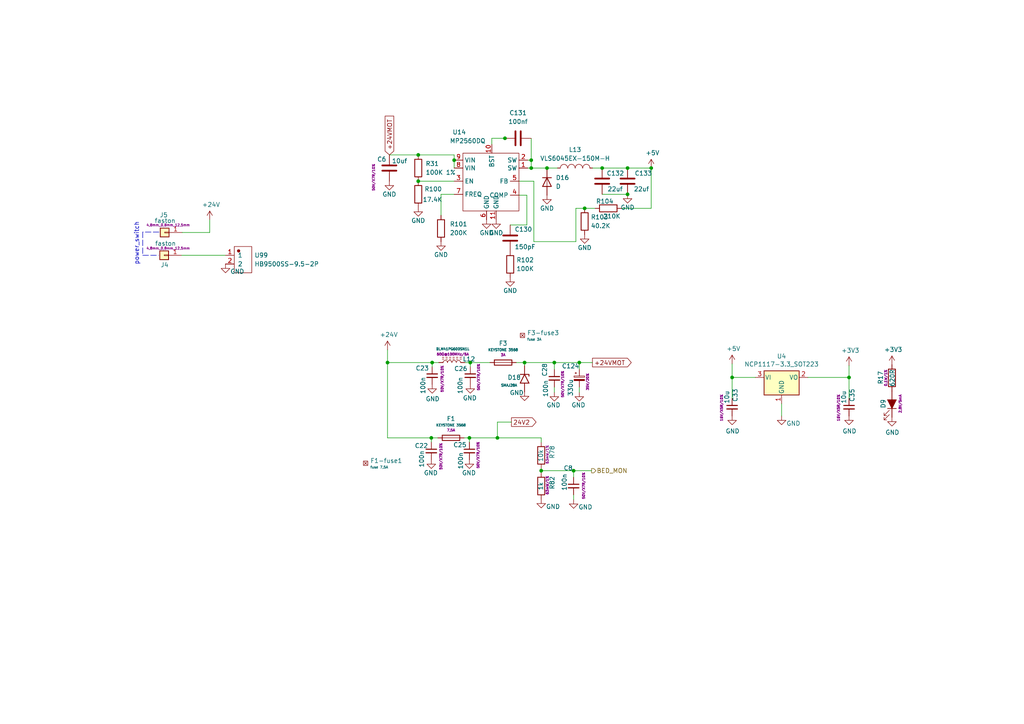
<source format=kicad_sch>
(kicad_sch (version 20211123) (generator eeschema)
  (paper "A4")
  (title_block (title "Buddy") (date "2019-10-24") (rev "v1.0.0") (company "PRUSA Research s.r.o.") (comment 1 "http://creativecommons.org/licenses/by-sa/4.0/") (comment 2 "Licensed under the Attribution-ShareAlike 4.0 International (CC BY-SA 4.0)"))
  (lib_symbols
    (symbol "BUDDY_v1.0.0-rescue:CP_Small-Device" (pin_numbers hide) (pin_names (offset 0.254) hide)
      (property "Reference" "C" (at 0.254 1.778 0))
      (property "Value" "CP_Small-Device" (at 0.254 -2.032 0))
      (symbol "CP_Small-Device_0_1"
        (rectangle (start -1.524 -0.3048) (end 1.524 -0.6858) (fill (type outline)))
        (rectangle (start -1.524 0.6858) (end 1.524 0.3048))
        (polyline (pts (xy -1.27 1.524) (xy -0.762 1.524)))
        (polyline (pts (xy -1.016 1.27) (xy -1.016 1.778)))
      )
      (symbol "CP_Small-Device_1_1"
        (pin passive line (at 0 2.54 270) (length 1.8542) (name "~") (number "1"))
        (pin passive line (at 0 -2.54 90) (length 1.8542) (name "~") (number "2"))
      )
    )
    (symbol "BUDDY_v1.0.0-rescue:LED_ALT-Device" (pin_numbers hide) (pin_names (offset 1.016) hide)
      (property "Reference" "D" (at 0 2.54 0))
      (property "Value" "LED_ALT-Device" (at 0 -2.54 0))
      (symbol "LED_ALT-Device_0_1"
        (polyline (pts (xy -1.27 -1.27) (xy -1.27 1.27)) (stroke (width 0.2032)))
        (polyline (pts (xy -1.27 0) (xy 1.27 0)))
        (polyline (pts (xy 1.27 -1.27) (xy 1.27 1.27) (xy -1.27 0) (xy 1.27 -1.27)) (stroke (width 0.2032)) (fill (type outline)))
        (polyline (pts (xy -3.048 -0.762) (xy -4.572 -2.286) (xy -3.81 -2.286) (xy -4.572 -2.286) (xy -4.572 -1.524)))
        (polyline (pts (xy -1.778 -0.762) (xy -3.302 -2.286) (xy -2.54 -2.286) (xy -3.302 -2.286) (xy -3.302 -1.524)))
      )
      (symbol "LED_ALT-Device_1_1"
        (pin passive line (at -3.81 0 0) (length 2.54) (name "K") (number "1"))
        (pin passive line (at 3.81 0 180) (length 2.54) (name "A") (number "2"))
      )
    )
    (symbol "BUDDY_v1.0.0-rescue:L_Core_Ferrite-Device" (pin_numbers hide) (pin_names (offset 1.016) hide)
      (property "Reference" "L" (at -1.27 0 90))
      (property "Value" "L_Core_Ferrite-Device" (at 2.794 0 90))
      (symbol "L_Core_Ferrite-Device_0_1"
        (arc (start 0 -2.54) (mid 0.635 -1.905) (end 0 -1.27))
        (arc (start 0 -1.27) (mid 0.635 -0.635) (end 0 0))
        (polyline (pts (xy 1.016 -2.794) (xy 1.016 -2.286)))
        (polyline (pts (xy 1.016 -1.778) (xy 1.016 -1.27)))
        (polyline (pts (xy 1.016 -0.762) (xy 1.016 -0.254)))
        (polyline (pts (xy 1.016 0.254) (xy 1.016 0.762)))
        (polyline (pts (xy 1.016 1.27) (xy 1.016 1.778)))
        (polyline (pts (xy 1.016 2.286) (xy 1.016 2.794)))
        (polyline (pts (xy 1.524 -2.286) (xy 1.524 -2.794)))
        (polyline (pts (xy 1.524 -1.27) (xy 1.524 -1.778)))
        (polyline (pts (xy 1.524 -0.254) (xy 1.524 -0.762)))
        (polyline (pts (xy 1.524 0.762) (xy 1.524 0.254)))
        (polyline (pts (xy 1.524 1.778) (xy 1.524 1.27)))
        (polyline (pts (xy 1.524 2.794) (xy 1.524 2.286)))
        (arc (start 0 0) (mid 0.635 0.635) (end 0 1.27))
        (arc (start 0 1.27) (mid 0.635 1.905) (end 0 2.54))
      )
      (symbol "L_Core_Ferrite-Device_1_1"
        (pin passive line (at 0 3.81 270) (length 1.27) (name "1") (number "1"))
        (pin passive line (at 0 -3.81 90) (length 1.27) (name "2") (number "2"))
      )
    )
    (symbol "BUDDY_v1.0.0-rescue:MEC-A3IDES-rescue" (pin_names (offset 1.016))
      (property "Reference" "M" (at 1.27 1.016 0))
      (property "Value" "MEC-A3IDES-rescue" (at 1.27 -0.762 0))
      (symbol "MEC-A3IDES-rescue_0_1"
        (rectangle (start -0.254 1.27) (end 1.016 0))
        (polyline (pts (xy 0 0.254) (xy 0.762 1.016)))
        (polyline (pts (xy 0.762 0.254) (xy 0 1.016)))
      )
    )
    (symbol "Connector_Generic:Conn_01x01" (pin_names (offset 1.016) hide)
      (property "Reference" "J" (at 0 2.54 0))
      (property "Value" "Conn_01x01" (at 0 -2.54 0))
      (symbol "Conn_01x01_1_1"
        (rectangle (start -1.27 0.127) (end 0 -0.127) (stroke (width 0.1524)))
        (rectangle (start -1.27 1.27) (end 1.27 -1.27) (stroke (width 0.254)) (fill (type background)))
        (pin passive line (at -5.08 0 0) (length 3.81) (name "Pin_1") (number "1"))
      )
    )
    (symbol "Device:C" (pin_numbers hide) (pin_names (offset 0.254))
      (property "Reference" "C" (at 0.635 2.54 0))
      (property "Value" "C" (at 0.635 -2.54 0))
      (symbol "C_0_1"
        (polyline (pts (xy -2.032 -0.762) (xy 2.032 -0.762)) (stroke (width 0.508)))
        (polyline (pts (xy -2.032 0.762) (xy 2.032 0.762)) (stroke (width 0.508)))
      )
      (symbol "C_1_1"
        (pin passive line (at 0 3.81 270) (length 2.794) (name "~") (number "1"))
        (pin passive line (at 0 -3.81 90) (length 2.794) (name "~") (number "2"))
      )
    )
    (symbol "Device:C_Small" (pin_numbers hide) (pin_names (offset 0.254) hide)
      (property "Reference" "C" (at 0.254 1.778 0))
      (property "Value" "C_Small" (at 0.254 -2.032 0))
      (symbol "C_Small_0_1"
        (polyline (pts (xy -1.524 -0.508) (xy 1.524 -0.508)) (stroke (width 0.3302)))
        (polyline (pts (xy -1.524 0.508) (xy 1.524 0.508)) (stroke (width 0.3048)))
      )
      (symbol "C_Small_1_1"
        (pin passive line (at 0 2.54 270) (length 2.032) (name "~") (number "1"))
        (pin passive line (at 0 -2.54 90) (length 2.032) (name "~") (number "2"))
      )
    )
    (symbol "Device:D" (pin_numbers hide) (pin_names (offset 1.016) hide)
      (property "Reference" "D" (at 0 2.54 0))
      (property "Value" "D" (at 0 -2.54 0))
      (symbol "D_0_1"
        (polyline (pts (xy -1.27 1.27) (xy -1.27 -1.27)) (stroke (width 0.254)))
        (polyline (pts (xy 1.27 0) (xy -1.27 0)))
        (polyline (pts (xy 1.27 1.27) (xy 1.27 -1.27) (xy -1.27 0) (xy 1.27 1.27)) (stroke (width 0.254)))
      )
      (symbol "D_1_1"
        (pin passive line (at -3.81 0 0) (length 2.54) (name "K") (number "1"))
        (pin passive line (at 3.81 0 180) (length 2.54) (name "A") (number "2"))
      )
    )
    (symbol "Device:Fuse" (pin_numbers hide) (pin_names (offset 0))
      (property "Reference" "F" (at 2.032 0 90))
      (property "Value" "Fuse" (at -1.905 0 90))
      (symbol "Fuse_0_1"
        (rectangle (start -0.762 -2.54) (end 0.762 2.54) (stroke (width 0.254)))
        (polyline (pts (xy 0 2.54) (xy 0 -2.54)))
      )
      (symbol "Fuse_1_1"
        (pin passive line (at 0 3.81 270) (length 1.27) (name "~") (number "1"))
        (pin passive line (at 0 -3.81 90) (length 1.27) (name "~") (number "2"))
      )
    )
    (symbol "Device:R" (pin_numbers hide) (pin_names (offset 0))
      (property "Reference" "R" (at 2.032 0 90))
      (property "Value" "R" (at 0 0 90))
      (symbol "R_0_1"
        (rectangle (start -1.016 -2.54) (end 1.016 2.54) (stroke (width 0.254)))
      )
      (symbol "R_1_1"
        (pin passive line (at 0 3.81 270) (length 1.27) (name "~") (number "1"))
        (pin passive line (at 0 -3.81 90) (length 1.27) (name "~") (number "2"))
      )
    )
    (symbol "Diode:1.5KExxA" (pin_numbers hide) (pin_names (offset 1.016) hide)
      (property "Reference" "D" (at 0 2.54 0))
      (property "Value" "1.5KExxA" (at 0 -2.54 0))
      (symbol "1.5KExxA_0_1"
        (polyline (pts (xy -0.762 1.27) (xy -1.27 1.27) (xy -1.27 -1.27)) (stroke (width 0.254)))
        (polyline (pts (xy 1.27 1.27) (xy 1.27 -1.27) (xy -1.27 0) (xy 1.27 1.27)) (stroke (width 0.254)))
      )
      (symbol "1.5KExxA_1_1"
        (pin passive line (at -3.81 0 0) (length 2.54) (name "A1") (number "1"))
        (pin passive line (at 3.81 0 180) (length 2.54) (name "A2") (number "2"))
      )
    )
    (symbol "Power_Connector:HB9500SS-9.5-2P" (pin_names (offset 1.016))
      (property "Reference" "U" (at 0 6.35 0))
      (property "Value" "HB9500SS-9.5-2P" (at 0 11.43 0))
      (symbol "HB9500SS-9.5-2P_1_1"
        (rectangle (start -2.54 3.81) (end 2.54 -3.81) (stroke (width 0.1524)))
        (circle (center -1.27 2.54) (radius 0.381) (stroke (width 0.1524)) (fill (type outline)))
        (pin input line (at -5.08 1.27 0) (length 2.54) (name "1") (number "1"))
        (pin input line (at -5.08 -1.27 0) (length 2.54) (name "2") (number "2"))
      )
    )
    (symbol "Regulator_Linear:NCP1117-3.3_SOT223" (pin_names (offset 0.254))
      (property "Reference" "U" (at -3.81 3.175 0))
      (property "Value" "NCP1117-3.3_SOT223" (at 0 3.175 0))
      (symbol "NCP1117-3.3_SOT223_0_1"
        (rectangle (start -5.08 -5.08) (end 5.08 1.905) (stroke (width 0.254)) (fill (type background)))
      )
      (symbol "NCP1117-3.3_SOT223_1_1"
        (pin power_in line (at 0 -7.62 90) (length 2.54) (name "GND") (number "1"))
        (pin power_out line (at 7.62 0 180) (length 2.54) (name "VO") (number "2"))
        (pin power_in line (at -7.62 0 0) (length 2.54) (name "VI") (number "3"))
      )
    )
    (symbol "Tounh_sym:MP2560DQ"
      (property "Reference" "U14" (at -12.446 -6.858 0))
      (property "Value" "MP2560DQ" (at -13.208 -9.398 0))
      (symbol "MP2560DQ_0_1"
        (rectangle (start -9.398 -12.954) (end 6.858 -29.718))
      )
      (symbol "MP2560DQ_1_1"
        (pin unspecified line (at 9.398 -17.272 180) (length 2.54) (name "SW") (number "1"))
        (pin unspecified line (at -1.016 -10.414 270) (length 2.54) (name "BST") (number "10"))
        (pin unspecified line (at 0.254 -32.258 90) (length 2.54) (name "GND") (number "11"))
        (pin unspecified line (at 9.398 -14.986 180) (length 2.54) (name "SW") (number "2"))
        (pin unspecified line (at -11.938 -21.082 0) (length 2.54) (name "EN") (number "3"))
        (pin unspecified line (at 6.858 -25.146 180) (length 2.54) (name "COMP") (number "4"))
        (pin unspecified line (at 6.858 -21.082 180) (length 2.54) (name "FB") (number "5"))
        (pin unspecified line (at -2.54 -32.258 90) (length 2.54) (name "GND") (number "6"))
        (pin unspecified line (at -11.938 -24.892 0) (length 2.54) (name "FREQ") (number "7"))
        (pin unspecified line (at -11.938 -17.272 0) (length 2.54) (name "VIN") (number "8"))
        (pin unspecified line (at -11.938 -14.986 0) (length 2.54) (name "VIN") (number "9"))
      )
    )
    (symbol "Tounh_sym:VLS6045EX-150M-H" (pin_numbers hide) (pin_names (offset 1.016) hide)
      (property "Reference" "L" (at 0 3.6322 0))
      (property "Value" "VLS6045EX-150M-H" (at 0 8.7122 0))
      (symbol "VLS6045EX-150M-H_1_1"
        (polyline (pts (xy 2.1844 0) (xy 2.2098 0.2032) (xy 2.2352 0.381) (xy 2.3114 0.5588) (xy 2.4384 0.7366) (xy 2.5654 0.8636) (xy 2.7432 0.9652) (xy 2.921 1.0414) (xy 3.1242 1.0668) (xy 3.3274 1.0668) (xy 3.5052 1.0414) (xy 3.7084 0.9652) (xy 3.8608 0.8382) (xy 4.0132 0.7112) (xy 4.1148 0.5334) (xy 4.191 0.3556) (xy 4.2164 0.1778) (xy 4.2164 0)) (stroke (width 0.1524)))
        (polyline (pts (xy -4.2926 0) (xy -4.2926 0.2032) (xy -4.2672 0.381) (xy -4.191 0.5588) (xy -4.064 0.7366) (xy -3.937 0.8636) (xy -3.7592 0.9652) (xy -3.5814 1.0414) (xy -3.3782 1.0922) (xy -3.2004 1.0922) (xy -2.9972 1.0414) (xy -2.8194 0.9652) (xy -2.6416 0.8636) (xy -2.5146 0.7366) (xy -2.3876 0.5588) (xy -2.3114 0.381) (xy -2.286 0.2032) (xy -2.286 0) (xy -2.286 0)) (stroke (width 0.1524)))
        (polyline (pts (xy -2.1336 0) (xy -2.159 0.2032) (xy -2.1082 0.381) (xy -2.032 0.5588) (xy -1.9304 0.7366) (xy -1.778 0.8636) (xy -1.6256 0.9652) (xy -1.4224 1.0414) (xy -1.2446 1.0922) (xy -1.0414 1.0922) (xy -0.8382 1.0414) (xy -0.6604 0.9906) (xy -0.4826 0.8636) (xy -0.3556 0.7366) (xy -0.2286 0.5842) (xy -0.1524 0.381) (xy -0.127 0.2032) (xy -0.127 0) (xy -0.127 0)) (stroke (width 0.1524)))
        (polyline (pts (xy 0 0) (xy 0 0.2032) (xy 0.0508 0.381) (xy 0.127 0.5588) (xy 0.2286 0.7366) (xy 0.381 0.8636) (xy 0.5334 0.9652) (xy 0.7112 1.0414) (xy 0.9144 1.0922) (xy 1.1176 1.0922) (xy 1.3208 1.0414) (xy 1.4986 0.9906) (xy 1.651 0.8636) (xy 1.8034 0.7366) (xy 1.905 0.5842) (xy 1.9812 0.381) (xy 2.032 0.2032) (xy 2.032 0) (xy 2.032 0)) (stroke (width 0.1524)))
        (pin input line (at -5.08 0 0) (length 0.762) (name "1") (number "1"))
        (pin input line (at 5.08 0 180) (length 0.762) (name "2") (number "2"))
      )
    )
    (symbol "power:+24V" (power) (pin_names (offset 0))
      (property "Value" "+24V" (at 0 3.556 0))
      (symbol "+24V_0_1"
        (polyline (pts (xy -0.762 1.27) (xy 0 2.54)))
        (polyline (pts (xy 0 0) (xy 0 2.54)))
        (polyline (pts (xy 0 2.54) (xy 0.762 1.27)))
      )
      (symbol "+24V_1_1"
        (pin power_in line (at 0 0 90) (length 0) hide (name "+24V") (number "1"))
      )
    )
    (symbol "power:+3.3V" (power) (pin_names (offset 0))
      (property "Value" "+3.3V" (at 0 3.556 0))
      (symbol "+3.3V_0_1"
        (polyline (pts (xy -0.762 1.27) (xy 0 2.54)))
        (polyline (pts (xy 0 0) (xy 0 2.54)))
        (polyline (pts (xy 0 2.54) (xy 0.762 1.27)))
      )
      (symbol "+3.3V_1_1"
        (pin power_in line (at 0 0 90) (length 0) hide (name "+3V3") (number "1"))
      )
    )
    (symbol "power:+5V" (power) (pin_names (offset 0))
      (property "Value" "+5V" (at 0 3.556 0))
      (symbol "+5V_0_1"
        (polyline (pts (xy -0.762 1.27) (xy 0 2.54)))
        (polyline (pts (xy 0 0) (xy 0 2.54)))
        (polyline (pts (xy 0 2.54) (xy 0.762 1.27)))
      )
      (symbol "+5V_1_1"
        (pin power_in line (at 0 0 90) (length 0) hide (name "+5V") (number "1"))
      )
    )
    (symbol "power:GND" (power) (pin_names (offset 0))
      (property "Value" "GND" (at 0 -3.81 0))
      (symbol "GND_0_1"
        (polyline (pts (xy 0 0) (xy 0 -1.27) (xy 1.27 -1.27) (xy 0 -2.54) (xy -1.27 -1.27) (xy 0 -1.27)))
      )
      (symbol "GND_1_1"
        (pin power_in line (at 0 0 270) (length 0) hide (name "GND") (number "1"))
      )
    )
  )
  (junction (at 188.8744 48.7426))
  (junction (at 160.782 105.156))
  (junction (at 125.095 127))
  (junction (at 168.021 105.156))
  (junction (at 158.6484 48.7426))
  (junction (at 112.395 105.156))
  (junction (at 152.146 105.156))
  (junction (at 136.144 127))
  (junction (at 174.6504 48.7426))
  (junction (at 166.37 136.525))
  (junction (at 136.398 105.156))
  (junction (at 144.272 127))
  (junction (at 131.7244 46.4566))
  (junction (at 212.344 109.474))
  (junction (at 154.0764 46.4566))
  (junction (at 182.0164 48.7426))
  (junction (at 156.972 136.525))
  (junction (at 121.3104 52.5526))
  (junction (at 146.4564 40.1066))
  (junction (at 246.253 109.474))
  (junction (at 154.0764 48.7426))
  (junction (at 182.0164 56.3626))
  (junction (at 169.5704 60.4266))
  (junction (at 125.349 105.156))
  (junction (at 121.3104 44.9326))
  (wire (pts (xy 156.972 136.525) (xy 166.37 136.525)))
  (wire (pts (xy 158.6484 48.7426) (xy 161.6964 48.7426)))
  (wire (pts (xy 52.705 74.041) (xy 65.405 74.041)))
  (wire (pts (xy 121.3104 44.9326) (xy 131.7244 44.9326)))
  (wire (pts (xy 154.0764 46.4566) (xy 154.0764 48.7426)))
  (wire (pts (xy 152.146 106.045) (xy 152.146 105.156)))
  (wire (pts (xy 156.972 127) (xy 156.972 128.27)))
  (wire (pts (xy 169.5704 60.4266) (xy 172.6184 60.4266)))
  (wire (pts (xy 125.095 128.27) (xy 125.095 127)))
  (wire (pts (xy 154.8384 70.0786) (xy 167.0304 70.0786)))
  (wire (pts (xy 121.3104 52.5526) (xy 131.7244 52.5526)))
  (wire (pts (xy 125.349 105.156) (xy 127.254 105.156)))
  (polyline (pts (xy 41.402 74.041) (xy 45.974 74.041)))
  (wire (pts (xy 226.695 117.094) (xy 226.695 120.65)))
  (wire (pts (xy 160.782 105.156) (xy 168.021 105.156)))
  (polyline (pts (xy 41.402 67.31) (xy 41.402 74.041)))
  (wire (pts (xy 142.6464 40.1002) (xy 146.4564 40.1002)))
  (wire (pts (xy 167.0304 70.0786) (xy 167.0304 60.4266)))
  (wire (pts (xy 160.782 107.188) (xy 160.782 105.156)))
  (wire (pts (xy 166.37 136.525) (xy 171.577 136.525)))
  (polyline (pts (xy 46.101 67.31) (xy 41.402 67.31)))
  (wire (pts (xy 167.0304 60.4266) (xy 169.5704 60.4266)))
  (wire (pts (xy 160.782 113.792) (xy 160.782 112.268)))
  (wire (pts (xy 168.021 105.156) (xy 171.831 105.156)))
  (wire (pts (xy 112.395 127) (xy 125.095 127)))
  (wire (pts (xy 154.0764 48.7426) (xy 153.0604 48.7426)))
  (wire (pts (xy 52.832 67.437) (xy 60.833 67.437)))
  (wire (pts (xy 171.8564 48.7426) (xy 174.6504 48.7426)))
  (wire (pts (xy 146.4564 40.1002) (xy 146.4564 40.1066)))
  (wire (pts (xy 188.8744 48.7426) (xy 188.8744 60.4266)))
  (wire (pts (xy 212.344 115.57) (xy 212.344 109.474)))
  (wire (pts (xy 212.344 109.474) (xy 219.075 109.474)))
  (wire (pts (xy 154.0764 46.4566) (xy 153.0604 46.4566)))
  (wire (pts (xy 131.7244 44.9326) (xy 131.7244 46.4566)))
  (wire (pts (xy 246.253 106.045) (xy 246.253 109.474)))
  (wire (pts (xy 174.6504 56.3626) (xy 182.0164 56.3626)))
  (wire (pts (xy 142.6464 41.8846) (xy 142.6464 40.1002)))
  (wire (pts (xy 127.9144 56.3626) (xy 131.7244 56.3626)))
  (wire (pts (xy 150.5204 52.5526) (xy 154.8384 52.5526)))
  (wire (pts (xy 152.8064 56.6166) (xy 150.5204 56.6166)))
  (wire (pts (xy 168.021 107.188) (xy 168.021 105.156)))
  (wire (pts (xy 112.9284 44.9326) (xy 121.3104 44.9326)))
  (wire (pts (xy 168.021 112.268) (xy 168.021 113.792)))
  (wire (pts (xy 166.37 136.525) (xy 166.37 138.43)))
  (wire (pts (xy 144.272 122.428) (xy 148.336 122.428)))
  (wire (pts (xy 144.272 127) (xy 156.972 127)))
  (wire (pts (xy 156.972 137.16) (xy 156.972 136.525)))
  (wire (pts (xy 149.733 105.156) (xy 152.146 105.156)))
  (wire (pts (xy 152.8064 65.2526) (xy 152.8064 56.6166)))
  (wire (pts (xy 134.62 127) (xy 136.144 127)))
  (wire (pts (xy 174.6504 48.7426) (xy 182.0164 48.7426)))
  (wire (pts (xy 158.6484 48.7426) (xy 158.6484 48.9966)))
  (wire (pts (xy 127.9144 56.3626) (xy 127.9144 62.4586)))
  (wire (pts (xy 154.8384 52.5526) (xy 154.8384 70.0786)))
  (wire (pts (xy 112.395 105.156) (xy 112.395 127)))
  (wire (pts (xy 125.349 106.426) (xy 125.349 105.156)))
  (wire (pts (xy 136.144 128.27) (xy 136.144 127)))
  (wire (pts (xy 144.272 127) (xy 144.272 122.428)))
  (wire (pts (xy 234.315 109.474) (xy 246.253 109.474)))
  (wire (pts (xy 154.0764 40.1066) (xy 154.0764 46.4566)))
  (wire (pts (xy 180.2384 60.4266) (xy 188.8744 60.4266)))
  (wire (pts (xy 182.0164 48.7426) (xy 188.8744 48.7426)))
  (wire (pts (xy 125.095 127) (xy 127 127)))
  (wire (pts (xy 156.972 136.525) (xy 156.972 135.89)))
  (wire (pts (xy 136.144 127) (xy 144.272 127)))
  (wire (pts (xy 112.395 105.156) (xy 112.395 101.473)))
  (wire (pts (xy 147.9804 65.2526) (xy 152.8064 65.2526)))
  (wire (pts (xy 60.833 67.437) (xy 60.833 63.754)))
  (wire (pts (xy 136.398 106.426) (xy 136.398 105.156)))
  (wire (pts (xy 136.398 105.156) (xy 142.113 105.156)))
  (wire (pts (xy 131.7244 46.4566) (xy 131.7244 48.7426)))
  (wire (pts (xy 112.395 105.156) (xy 125.349 105.156)))
  (wire (pts (xy 212.344 109.474) (xy 212.344 105.537)))
  (wire (pts (xy 134.874 105.156) (xy 136.398 105.156)))
  (wire (pts (xy 152.146 105.156) (xy 160.782 105.156)))
  (wire (pts (xy 166.37 144.907) (xy 166.37 143.51)))
  (wire (pts (xy 154.0764 48.7426) (xy 158.6484 48.7426)))
  (wire (pts (xy 246.253 115.57) (xy 246.253 109.474)))
  (text "power_switch" (at 40.386 76.962 90) (effects (font (size 1.27 1.27)) (justify left bottom)))
  (global_label "+24VMOT" (shape input) (at 112.9522 44.9326 90) (property "Intersheet References" "${INTERSHEET_REFS}" (effects hide)))
  (global_label "24V2" (shape output) (at 148.336 122.428 0) (property "Intersheet References" "${INTERSHEET_REFS}" (effects hide)))
  (global_label "+24VMOT" (shape output) (at 171.831 105.156 0) (property "Intersheet References" "${INTERSHEET_REFS}" (effects hide)))
  (hierarchical_label "BED_MON" (shape output) (at 171.577 136.525 0))
  (symbol (lib_id "Regulator_Linear:NCP1117-3.3_SOT223") (at 226.695 109.474 0) (unit 1)
    (property "Reference" "U4" (at 226.695 103.3272 0))
    (property "Value" "NCP1117-3.3_SOT223" (at 226.695 105.6386 0))
    (property "Footprint" "A3IDES_footprints:SOT-223-3_TabPin2" (effects hide))
  )
  (symbol (lib_id "Device:R") (at 258.699 109.601 180) (unit 1)
    (property "Reference" "R17" (at 255.397 107.569 90) (effects (justify left)))
    (property "Value" "620R" (at 258.826 107.061 90) (effects (justify left)))
    (property "Footprint" "A3IDES_footprints:R_0603_1608Metric" (effects hide))
    (property "req" "0,1W/1%" (at 256.921 109.601 90) (effects (font (size 0.7112 0.7112))))
  )
  (symbol (lib_id "BUDDY_v1.0.0-rescue:LED_ALT-Device") (at 258.699 117.221 270) (mirror x) (unit 1)
    (property "Reference" "D9" (at 256.159 117.094 0))
    (property "Value" "GRN" (effects hide))
    (property "Footprint" "A3IDES_footprints:LED_0603" (effects hide))
    (property "req" "2,8V/5mA" (at 261.112 117.094 0) (effects (font (size 0.7112 0.7112))))
  )
  (symbol (lib_id "power:GND") (at 258.699 121.031 0) (unit 1)
    (property "Reference" "#PWR018" (effects hide))
    (property "Value" "GND" (at 258.826 125.4252 0))
  )
  (symbol (lib_id "power:+3.3V") (at 258.699 105.791 0) (unit 1)
    (property "Reference" "#PWR017" (effects hide))
    (property "Value" "+3.3V" (at 259.08 101.3968 0))
  )
  (symbol (lib_id "Device:C_Small") (at 125.349 108.966 0) (unit 1)
    (property "Reference" "C23" (at 120.523 106.807 0) (effects (justify left)))
    (property "Value" "100n" (at 122.682 114.3 90) (effects (justify left)))
    (property "Footprint" "A3IDES_footprints:C_0603_1608Metric" (effects hide))
    (property "req" "50V/X7R/10%" (at 128.27 113.792 90) (effects (font (size 0.7112 0.7112)) (justify left)))
  )
  (symbol (lib_id "Device:C_Small") (at 136.398 108.966 0) (unit 1)
    (property "Reference" "C26" (at 131.699 106.934 0) (effects (justify left)))
    (property "Value" "100n" (at 133.477 114.3 90) (effects (justify left)))
    (property "Footprint" "A3IDES_footprints:C_0603_1608Metric" (effects hide))
    (property "req" "50V/X7R/10%" (at 138.811 113.284 90) (effects (font (size 0.7112 0.7112)) (justify left)))
  )
  (symbol (lib_id "power:GND") (at 125.349 111.506 0) (unit 1)
    (property "Reference" "#PWR060" (effects hide))
    (property "Value" "GND" (at 125.476 115.697 0))
  )
  (symbol (lib_id "power:GND") (at 136.398 111.506 0) (unit 1)
    (property "Reference" "#PWR063" (effects hide))
    (property "Value" "GND" (at 136.271 115.443 0))
  )
  (symbol (lib_id "Diode:1.5KExxA") (at 152.146 109.855 270) (unit 1)
    (property "Reference" "D18" (at 147.193 109.474 90) (effects (justify left)))
    (property "Value" "SMAJ28A" (at 145.288 111.76 90) (effects (font (size 0.7112 0.7112)) (justify left)))
    (property "Footprint" "A3IDES_footprints:D_SMA" (effects hide))
  )
  (symbol (lib_id "power:GND") (at 152.146 113.665 0) (unit 1)
    (property "Reference" "#PWR067" (effects hide))
    (property "Value" "GND" (at 149.86 113.919 0))
  )
  (symbol (lib_id "Device:C_Small") (at 160.782 109.728 0) (unit 1)
    (property "Reference" "C28" (at 157.988 109.22 90) (effects (justify left)))
    (property "Value" "100n" (at 158.242 115.189 90) (effects (justify left)))
    (property "Footprint" "A3IDES_footprints:C_0603_1608Metric" (effects hide))
    (property "req" "50V/X7R/10%" (at 163.195 115.316 90) (effects (font (size 0.7112 0.7112)) (justify left)))
  )
  (symbol (lib_id "power:GND") (at 160.782 113.792 0) (unit 1)
    (property "Reference" "#PWR070" (effects hide))
    (property "Value" "GND" (at 160.528 117.475 0))
  )
  (symbol (lib_id "Device:Fuse") (at 145.923 105.156 270) (unit 1)
    (property "Reference" "F3" (at 145.923 99.5934 90))
    (property "Value" "KEYSTONE 3568" (at 145.923 101.473 90) (effects (font (size 0.7112 0.7112))))
    (property "Footprint" "A3IDES_footprints:Fuse-Keystone-3557-2" (effects hide))
    (property "req" "3A" (at 145.923 102.9208 90) (effects (font (size 0.7112 0.7112))))
  )
  (symbol (lib_id "BUDDY_v1.0.0-rescue:L_Core_Ferrite-Device") (at 131.064 105.156 90) (unit 1)
    (property "Reference" "L12" (at 136.017 104.14 90))
    (property "Value" "BLM41PG600SN1L" (at 131.318 101.219 90) (effects (font (size 0.7112 0.7112))))
    (property "Footprint" "A3IDES_footprints:R_1806_4516Metric" (effects hide))
    (property "req" "60Ω@100MHz/6A" (at 131.318 102.743 90) (effects (font (size 0.7112 0.7112))))
  )
  (symbol (lib_id "Device:C_Small") (at 125.095 130.81 0) (unit 1)
    (property "Reference" "C22" (at 120.269 129.286 0) (effects (justify left)))
    (property "Value" "100n" (at 122.301 135.636 90) (effects (justify left)))
    (property "Footprint" "A3IDES_footprints:C_0603_1608Metric" (effects hide))
    (property "req" "50V/X7R/10%" (at 127.889 136.271 90) (effects (font (size 0.7112 0.7112)) (justify left)))
  )
  (symbol (lib_id "Device:C_Small") (at 136.144 130.81 0) (unit 1)
    (property "Reference" "C25" (at 131.445 129.032 0) (effects (justify left)))
    (property "Value" "100n" (at 133.604 136.144 90) (effects (justify left)))
    (property "Footprint" "A3IDES_footprints:C_0603_1608Metric" (effects hide))
    (property "req" "50V/X7R/10%" (at 138.684 135.89 90) (effects (font (size 0.7112 0.7112)) (justify left)))
  )
  (symbol (lib_id "power:GND") (at 125.095 133.35 0) (unit 1)
    (property "Reference" "#PWR059" (effects hide))
    (property "Value" "GND" (at 124.968 137.16 0))
  )
  (symbol (lib_id "power:GND") (at 136.144 133.35 0) (unit 1)
    (property "Reference" "#PWR062" (effects hide))
    (property "Value" "GND" (at 136.017 137.16 0))
  )
  (symbol (lib_id "Device:Fuse") (at 130.81 127 270) (unit 1)
    (property "Reference" "F1" (at 130.81 121.4374 90))
    (property "Value" "KEYSTONE 3568" (at 130.81 123.317 90) (effects (font (size 0.7112 0.7112))))
    (property "Footprint" "A3IDES_footprints:Fuse-Keystone-3557-2" (effects hide))
    (property "req" "7,5A" (at 130.81 124.7648 90) (effects (font (size 0.7112 0.7112))))
  )
  (symbol (lib_id "power:GND") (at 226.695 120.65 0) (unit 1)
    (property "Reference" "#PWR081" (effects hide))
    (property "Value" "GND" (at 230.124 122.809 0))
  )
  (symbol (lib_id "power:GND") (at 246.253 120.65 0) (unit 1)
    (property "Reference" "#PWR083" (effects hide))
    (property "Value" "GND" (at 246.38 125.0442 0))
  )
  (symbol (lib_id "power:+3.3V") (at 246.253 106.045 0) (unit 1)
    (property "Reference" "#PWR082" (effects hide))
    (property "Value" "+3.3V" (at 246.634 101.6508 0))
  )
  (symbol (lib_id "Device:C_Small") (at 246.253 118.11 0) (unit 1)
    (property "Reference" "C35" (at 247.142 116.586 90) (effects (justify left)))
    (property "Value" "10u" (at 244.729 117.094 90) (effects (justify left)))
    (property "Footprint" "A3IDES_footprints:C_0805_2012Metric" (effects hide))
    (property "req" "16V/X5R/10%" (at 243.205 122.174 90) (effects (font (size 0.7112 0.7112)) (justify left)))
  )
  (symbol (lib_id "power:+5V") (at 212.344 105.537 0) (unit 1)
    (property "Reference" "#PWR078" (effects hide))
    (property "Value" "+5V" (at 212.725 101.1428 0))
  )
  (symbol (lib_id "power:GND") (at 212.344 120.65 0) (unit 1)
    (property "Reference" "#PWR079" (effects hide))
    (property "Value" "GND" (at 212.471 125.0442 0))
  )
  (symbol (lib_id "Device:C_Small") (at 212.344 118.11 0) (unit 1)
    (property "Reference" "C33" (at 213.233 116.586 90) (effects (justify left)))
    (property "Value" "10u" (at 210.82 117.094 90) (effects (justify left)))
    (property "Footprint" "A3IDES_footprints:C_0805_2012Metric" (effects hide))
    (property "req" "16V/X5R/10%" (at 209.296 122.174 90) (effects (font (size 0.7112 0.7112)) (justify left)))
  )
  (symbol (lib_id "Connector_Generic:Conn_01x01") (at 47.625 74.041 180) (unit 1)
    (property "Reference" "J4" (at 47.752 76.835 0))
    (property "Value" "faston" (at 48.006 70.612 0))
    (property "Footprint" "A3IDES_footprints:faston-hole-m" (effects hide))
    (property "req" "4,8mm_0,8mm_12,5mm" (at 48.768 72.009 0) (effects (font (size 0.7112 0.7112))))
  )
  (symbol (lib_id "Connector_Generic:Conn_01x01") (at 47.752 67.437 180) (unit 1)
    (property "Reference" "J5" (at 47.498 62.357 0))
    (property "Value" "faston" (at 47.879 64.008 0))
    (property "Footprint" "A3IDES_footprints:faston-hole-m" (effects hide))
    (property "req" "4,8mm_0,8mm_12,5mm" (at 48.768 65.278 0) (effects (font (size 0.7112 0.7112))))
  )
  (symbol (lib_id "power:+24V") (at 60.833 63.754 0) (unit 1)
    (property "Reference" "#PWR050" (effects hide))
    (property "Value" "+24V" (at 61.214 59.3598 0))
  )
  (symbol (lib_id "power:+24V") (at 112.395 101.473 0) (unit 1)
    (property "Reference" "#PWR052" (effects hide))
    (property "Value" "+24V" (at 112.776 97.0788 0))
  )
  (symbol (lib_id "Device:R") (at 156.972 132.08 0) (unit 1)
    (property "Reference" "R78" (at 160.147 133.096 90) (effects (justify left)))
    (property "Value" "10k" (at 156.845 133.985 90) (effects (justify left)))
    (property "Footprint" "A3IDES_footprints:R_0402_1005Metric" (effects hide))
    (property "req" "63mW/1%" (at 158.75 131.826 90) (effects (font (size 0.7112 0.7112))))
  )
  (symbol (lib_id "Device:R") (at 156.972 140.97 0) (unit 1)
    (property "Reference" "R82" (at 160.147 141.986 90) (effects (justify left)))
    (property "Value" "1k" (at 156.845 142.24 90) (effects (justify left)))
    (property "Footprint" "A3IDES_footprints:R_0402_1005Metric" (effects hide))
    (property "req" "63mW/1%" (at 158.75 140.716 90) (effects (font (size 0.7112 0.7112))))
  )
  (symbol (lib_id "power:GND") (at 156.972 144.78 0) (unit 1)
    (property "Reference" "#PWR036" (effects hide))
    (property "Value" "GND" (at 160.401 146.939 0))
  )
  (symbol (lib_id "power:GND") (at 166.37 144.907 0) (unit 1)
    (property "Reference" "#PWR0214" (effects hide))
    (property "Value" "GND" (at 169.799 147.066 0))
  )
  (symbol (lib_id "Device:C_Small") (at 166.37 140.97 0) (unit 1)
    (property "Reference" "C8" (at 163.449 135.763 0) (effects (justify left)))
    (property "Value" "100n" (at 163.703 142.367 90) (effects (justify left)))
    (property "Footprint" "A3IDES_footprints:C_0603_1608Metric" (effects hide))
    (property "req" "50V/X7R/10%" (at 169.291 144.78 90) (effects (font (size 0.7112 0.7112)) (justify left)))
  )
  (symbol (lib_id "BUDDY_v1.0.0-rescue:CP_Small-Device") (at 168.021 109.728 0) (unit 1)
    (property "Reference" "C124" (at 162.941 106.172 0) (effects (justify left)))
    (property "Value" "330u" (at 165.481 114.935 90) (effects (justify left)))
    (property "Footprint" "Capacitor_SMD:CP_Elec_8x10.5" (effects hide))
    (property "req" "35V/20%" (at 170.434 110.744 90) (effects (font (size 0.7112 0.7112))))
  )
  (symbol (lib_id "power:GND") (at 168.021 113.792 0) (unit 1)
    (property "Reference" "#PWR087" (effects hide))
    (property "Value" "GND" (at 167.767 117.475 0))
  )
  (symbol (lib_id "BUDDY_v1.0.0-rescue:MEC-A3IDES-rescue") (at 151.1554 97.917 0) (unit 1)
    (property "Reference" "F3-fuse3" (at 152.8826 96.5454 0) (effects (justify left)))
    (property "Value" "fuse 3A" (at 152.8826 98.425 0) (effects (font (size 0.7112 0.7112)) (justify left)))
    (property "Footprint" "A3IDES_footprints:MEC" (effects hide))
  )
  (symbol (lib_id "BUDDY_v1.0.0-rescue:MEC-A3IDES-rescue") (at 105.664 135.001 0) (unit 1)
    (property "Reference" "F1-fuse1" (at 107.3912 133.6294 0) (effects (justify left)))
    (property "Value" "fuse 7,5A" (at 107.3912 135.509 0) (effects (font (size 0.7112 0.7112)) (justify left)))
    (property "Footprint" "A3IDES_footprints:MEC" (effects hide))
  )
  (symbol (lib_id "power:+5V") (at 188.8744 48.7426 0) (unit 1)
    (property "Reference" "#PWR0240" (effects hide))
    (property "Value" "+5V" (at 189.2554 44.3484 0))
  )
  (symbol (lib_id "power:GND") (at 127.9144 70.0786 0) (unit 1)
    (property "Reference" "#PWR0234" (effects hide))
    (property "Value" "GND" (at 127.9144 73.8886 0))
  )
  (symbol (lib_id "Device:R") (at 169.5704 64.2366 180) (unit 1)
    (property "Reference" "R103" (at 171.3484 62.9665 0) (effects (justify right)))
    (property "Value" "40.2K" (at 171.3484 65.5065 0) (effects (justify right)))
    (property "Footprint" "Resistor_SMD:R_0402_1005Metric" (effects hide))
  )
  (symbol (lib_id "power:GND") (at 143.9164 63.7286 0) (unit 1)
    (property "Reference" "#PWR0241" (effects hide))
    (property "Value" "GND" (at 143.9164 67.5386 0))
  )
  (symbol (lib_id "power:GND") (at 182.0164 56.3626 0) (unit 1)
    (property "Reference" "#PWR0239" (effects hide))
    (property "Value" "GND" (at 182.0164 60.1726 0))
  )
  (symbol (lib_id "Device:R") (at 147.9804 76.6826 180) (unit 1)
    (property "Reference" "R102" (at 149.7584 75.4125 0) (effects (justify right)))
    (property "Value" "100K" (at 149.7584 77.9525 0) (effects (justify right)))
    (property "Footprint" "Resistor_SMD:R_0402_1005Metric" (effects hide))
  )
  (symbol (lib_id "Device:C") (at 150.2664 40.1066 90) (unit 1)
    (property "Reference" "C131" (at 150.2664 32.7406 90))
    (property "Value" "100nf" (at 150.2664 35.2806 90))
    (property "Footprint" "Capacitor_SMD:C_0603_1608Metric" (effects hide))
  )
  (symbol (lib_id "power:GND") (at 147.9804 80.4926 0) (unit 1)
    (property "Reference" "#PWR0236" (effects hide))
    (property "Value" "GND" (at 147.9804 84.3026 0))
  )
  (symbol (lib_id "power:GND") (at 158.6484 56.6166 0) (unit 1)
    (property "Reference" "#PWR0237" (effects hide))
    (property "Value" "GND" (at 158.6484 60.4266 0))
  )
  (symbol (lib_id "Device:R") (at 176.4284 60.4266 270) (unit 1)
    (property "Reference" "R104" (at 175.4124 58.3946 90))
    (property "Value" "210K" (at 177.4444 62.7126 90))
    (property "Footprint" "Resistor_SMD:R_0402_1005Metric" (effects hide))
  )
  (symbol (lib_id "Device:D") (at 158.6484 52.8066 90) (mirror x) (unit 1)
    (property "Reference" "D16" (at 161.1884 51.5365 90) (effects (justify right)))
    (property "Value" "D" (at 161.1884 54.0765 90) (effects (justify right)))
    (property "Footprint" "Diode_SMD:D_SMA" (effects hide))
  )
  (symbol (lib_id "power:GND") (at 112.9284 52.5526 0) (unit 1)
    (property "Reference" "#PWR051" (effects hide))
    (property "Value" "GND" (at 112.9284 56.3626 0))
  )
  (symbol (lib_id "Device:R") (at 121.3104 48.7426 180) (unit 1)
    (property "Reference" "R31" (at 123.4186 47.4725 0) (effects (justify right)))
    (property "Value" "100K 1%" (at 123.4186 50.0125 0) (effects (justify right)))
    (property "Footprint" "Resistor_SMD:R_0402_1005Metric" (effects hide))
  )
  (symbol (lib_id "Tounh_sym:MP2560DQ") (at 143.6624 31.4706 0) (unit 1)
    (property "Reference" "U14" (at 131.2164 38.3286 0) (effects (justify left)))
    (property "Value" "MP2560DQ" (at 130.4544 40.8686 0) (effects (justify left)))
    (property "Footprint" "Tounh:DFN300X300X80-11N" (effects hide))
  )
  (symbol (lib_id "Tounh_sym:VLS6045EX-150M-H") (at 166.7764 48.7426 0) (mirror y) (unit 1)
    (property "Reference" "L13" (at 166.8018 43.4086 0))
    (property "Value" "VLS6045EX-150M-H" (at 166.8018 45.9486 0))
    (property "Footprint" "Tounh:IND-SMD_L6.3-W6.0_VLS6045EX" (effects hide))
    (property "Datasheet" " " (effects hide))
    (property "SuppliersPartNumber" " " (effects hide))
    (property "uuid" " " (effects hide))
  )
  (symbol (lib_id "power:GND") (at 169.5704 68.0466 0) (unit 1)
    (property "Reference" "#PWR0238" (effects hide))
    (property "Value" "GND" (at 169.5704 71.8566 0))
  )
  (symbol (lib_id "Device:C") (at 174.6504 52.5526 180) (unit 1)
    (property "Reference" "C132" (at 175.9204 50.2666 0) (effects (justify right)))
    (property "Value" "22uf" (at 176.1744 54.8386 0) (effects (justify right)))
    (property "Footprint" "Capacitor_SMD:C_0805_2012Metric" (effects hide))
  )
  (symbol (lib_id "Device:C") (at 112.9284 48.7426 0) (unit 1)
    (property "Reference" "C6" (at 109.3724 46.2026 0) (effects (justify left)))
    (property "Value" "10uf" (at 113.6396 46.6852 0) (effects (justify left)))
    (property "Footprint" "Capacitor_SMD:C_0805_2012Metric" (effects hide))
    (property "req" "50V/X7R/10%" (at 108.3564 51.435 90) (effects (font (size 0.72 0.72) bold)))
  )
  (symbol (lib_id "Device:R") (at 127.9144 66.2686 180) (unit 1)
    (property "Reference" "R101" (at 130.4544 64.9985 0) (effects (justify right)))
    (property "Value" "200K" (at 130.4544 67.5385 0) (effects (justify right)))
    (property "Footprint" "Resistor_SMD:R_0402_1005Metric" (effects hide))
  )
  (symbol (lib_id "Device:C") (at 147.9804 69.0626 0) (unit 1)
    (property "Reference" "C130" (at 149.2504 66.5226 0) (effects (justify left)))
    (property "Value" "150pF" (at 149.2504 71.6026 0) (effects (justify left)))
    (property "Footprint" "Capacitor_SMD:C_0402_1005Metric" (effects hide))
  )
  (symbol (lib_id "power:GND") (at 65.405 76.581 0) (unit 1)
    (property "Reference" "#PWR0115" (effects hide))
    (property "Value" "GND" (at 68.834 78.74 0))
  )
  (symbol (lib_id "power:GND") (at 121.3104 60.1726 0) (unit 1)
    (property "Reference" "#PWR0233" (effects hide))
    (property "Value" "GND" (at 121.3104 63.9826 0))
  )
  (symbol (lib_id "Device:R") (at 121.3104 56.3626 180) (unit 1)
    (property "Reference" "R100" (at 123.0884 54.8386 0) (effects (justify right)))
    (property "Value" "17.4K" (at 122.5804 57.8866 0) (effects (justify right)))
    (property "Footprint" "Resistor_SMD:R_0402_1005Metric" (effects hide))
  )
  (symbol (lib_id "Power_Connector:HB9500SS-9.5-2P") (at 70.485 75.311 0) (unit 1)
    (property "Reference" "U99" (at 73.787 74.0409 0) (effects (justify left)))
    (property "Value" "HB9500SS-9.5-2P" (at 73.787 76.5809 0) (effects (justify left)))
    (property "Footprint" "kicad_lceda:CONN-TH_HB9500SS-9.5-2P" (effects hide))
    (property "Datasheet" "http://www.szlcsc.com/product/details_745054.html" (effects hide))
    (property "SuppliersPartNumber" "C707845" (effects hide))
    (property "uuid" "std:b2f1487d74b1437e9059e869796feba8" (effects hide))
  )
  (symbol (lib_id "power:GND") (at 141.1224 63.7286 0) (unit 1)
    (property "Reference" "#PWR0235" (effects hide))
    (property "Value" "GND" (at 141.1224 67.5386 0))
  )
  (symbol (lib_id "Device:C") (at 182.0164 52.5526 0) (unit 1)
    (property "Reference" "C133" (at 184.0484 50.2666 0) (effects (justify left)))
    (property "Value" "22uf" (at 183.7944 54.8386 0) (effects (justify left)))
    (property "Footprint" "Capacitor_SMD:C_0805_2012Metric" (effects hide))
  )
)
</source>
